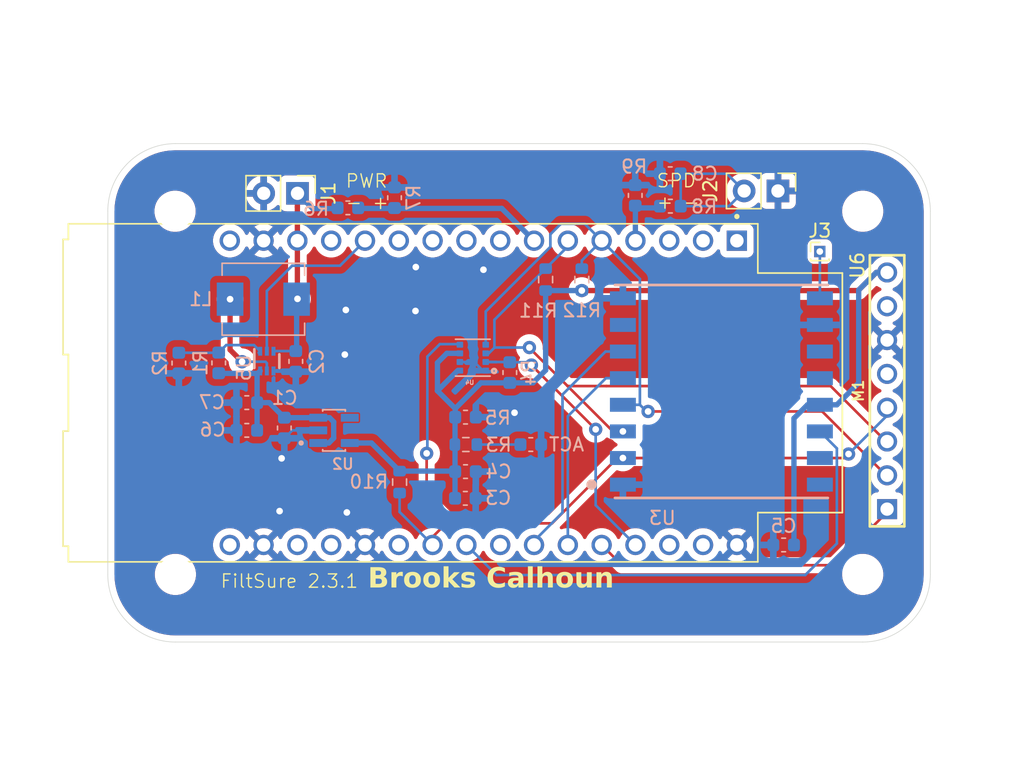
<source format=kicad_pcb>
(kicad_pcb (version 20241229) (generator "pcbnew") (generator_version "9.0")
  (layers (0 "F.Cu" signal) (2 "B.Cu" signal) (13 "F.Paste" user) (15 "B.Paste" user) (5 "F.SilkS" user "F.Silkscreen") (7 "B.SilkS" user "B.Silkscreen") (1 "F.Mask" user) (3 "B.Mask" user) (25 "Edge.Cuts" user))
  (net 0 "")
  (net 1 "+5V")
  (net 2 "GND")
  (net 3 "VCC")
  (net 4 "+3.3V")
  (net 5 "/CS_BME")
  (net 6 "Net-(Green1-A)")
  (net 7 "Net-(U5-SW)")
  (net 10 "/SCK")
  (net 11 "/MISO")
  (net 12 "/MOSI")
  (net 13 "Net-(U5-FB)")
  (net 14 "/CS_LoRa")
  (net 15 "/CS_RFID")
  (net 16 "/CS_VREG")
  (net 17 "Net-(J3-Pin_1)")
  (net 23 "Net-(J2-Pin_2)")
  (net 25 "/Speed_Pin")
  (net 26 "/RST_LoRa")
  (net 27 "/Batt_Pin")
  (net 30 "/Diag_Pin")
  (net 39 "/IRQ_LoRa")
  (net 43 "/Reset")
  (footprint "MountingHole:MountingHole_2.7mm" (layer "F.Cu") (at 149.7076 119.3838)
    (property "Reference" "H4" (hide yes))
    (property "Value" "MountingHole")
    (pad "" np_thru_hole circle (at 0 0) (size 2.7 2.7) (drill 2.7) (layers "*.Cu" "*.Mask"))
  )
  (footprint "MountingHole:MountingHole_2.7mm" (layer "F.Cu") (at 149.7076 92.0966)
    (property "Reference" "H1" (hide yes))
    (property "Value" "MountingHole")
    (pad "" np_thru_hole circle (at 0 0) (size 2.7 2.7) (drill 2.7) (layers "*.Cu" "*.Mask"))
  )
  (footprint "Connector_PinHeader_2.54mm:PinHeader_1x02_P2.54mm_Vertical" (layer "F.Cu") (at 107.2388 90.7504 -90)
    (property "Reference" "J1" (at 0 -2.33 90) (layer "F.SilkS"))
    (property "Value" "Conn_01x02_Socket")
    (pad "1" thru_hole rect (at 0 0 270) (size 1.7 1.7) (drill 1) (layers "*.Cu" "*.Mask") (net 3 "VCC"))
    (pad "2" thru_hole oval (at 0 2.54 270) (size 1.7 1.7) (drill 1) (layers "*.Cu" "*.Mask") (net 2 "GND"))
  )
  (footprint "CADs:RFID-RC522" (layer "F.Cu") (at 151.5364 105.5878 90)
    (property "Reference" "M1" (at 0 -2.159 90) (layer "F.SilkS") (effects (font (size 0.787402 0.787402))))
    (property "Value" "RFID-RC522")
    (property "VALUE" "" (hide yes))
    (pad "1" thru_hole rect (at -8.89 0 90) (size 1.508 1.508) (drill 1) (layers "*.Cu" "*.Mask") (net 15 "/CS_RFID"))
    (pad "2" thru_hole circle (at -6.35 0 90) (size 1.508 1.508) (drill 1) (layers "*.Cu" "*.Mask") (net 10 "/SCK"))
    (pad "3" thru_hole circle (at -3.81 0 90) (size 1.508 1.508) (drill 1) (layers "*.Cu" "*.Mask") (net 12 "/MOSI"))
    (pad "4" thru_hole circle (at -1.27 0 90) (size 1.508 1.508) (drill 1) (layers "*.Cu" "*.Mask") (net 11 "/MISO"))
    (pad "5" thru_hole circle (at 1.27 0 90) (size 1.508 1.508) (drill 1) (layers "*.Cu" "*.Mask"))
    (pad "6" thru_hole circle (at 3.81 0 90) (size 1.508 1.508) (drill 1) (layers "*.Cu" "*.Mask") (net 2 "GND"))
    (pad "7" thru_hole circle (at 6.35 0 90) (size 1.508 1.508) (drill 1) (layers "*.Cu" "*.Mask"))
    (pad "8" thru_hole circle (at 8.89 0 90) (size 1.508 1.508) (drill 1) (layers "*.Cu" "*.Mask") (net 4 "+3.3V"))
  )
  (footprint "MountingHole:MountingHole_2.7mm" (layer "F.Cu") (at 98.0656 119.3838)
    (property "Reference" "H3" (hide yes))
    (property "Value" "MountingHole")
    (pad "" np_thru_hole circle (at 0 0) (size 2.7 2.7) (drill 2.7) (layers "*.Cu" "*.Mask"))
  )
  (footprint "Connector_PinHeader_1.00mm:PinHeader_1x01_P1.00mm_Vertical" (layer "F.Cu") (at 146.4818 95.123)
    (property "Reference" "J3" (at 0 -1.56 0) (layer "F.SilkS"))
    (property "Value" "Conn_01x01_Pin")
    (pad "1" thru_hole rect (at 0 0) (size 0.85 0.85) (drill 0.5) (layers "*.Cu" "*.Mask") (net 17 "Net-(J3-Pin_1)"))
  )
  (footprint "Connector_PinHeader_2.54mm:PinHeader_1x02_P2.54mm_Vertical" (layer "F.Cu") (at 143.3372 90.5726 -90)
    (property "Reference" "J2" (at 0 5.085 90) (layer "F.SilkS"))
    (property "Value" "Conn_01x02_Socket")
    (pad "1" thru_hole rect (at 0 0 270) (size 1.7 1.7) (drill 1) (layers "*.Cu" "*.Mask") (net 2 "GND"))
    (pad "2" thru_hole oval (at 0 2.54 270) (size 1.7 1.7) (drill 1) (layers "*.Cu" "*.Mask") (net 23 "Net-(J2-Pin_2)"))
  )
  (footprint "MountingHole:MountingHole_2.7mm" (layer "F.Cu") (at 98.0656 92.0966)
    (property "Reference" "H2" (hide yes))
    (property "Value" "MountingHole")
    (pad "" np_thru_hole circle (at -0.0254 0) (size 2.7 2.7) (drill 2.7) (layers "*.Cu" "*.Mask"))
  )
  (footprint "CADs:MODULE_ESP32-C6-DEVKITC-1-N8" (layer "F.Cu") (at 115.9256 105.7402 -90)
    (property "Reference" "U6" (at -9.575 -33.385 90) (layer "F.SilkS"))
    (property "Value" "ESP32-C6-DEVKITC-1-N8")
    (pad "J1_1" thru_hole rect (at -11.43 -24.325 270) (size 1.524 1.524) (drill 1.016) (layers "*.Cu" "*.Mask"))
    (pad "J1_2" thru_hole circle (at -11.43 -21.785 270) (size 1.524 1.524) (drill 1.016) (layers "*.Cu" "*.Mask") (net 43 "/Reset"))
    (pad "J1_3" thru_hole circle (at -11.43 -19.245 270) (size 1.524 1.524) (drill 1.016) (layers "*.Cu" "*.Mask") (net 30 "/Diag_Pin"))
    (pad "J1_4" thru_hole circle (at -11.43 -16.705 270) (size 1.524 1.524) (drill 1.016) (layers "*.Cu" "*.Mask") (net 25 "/Speed_Pin"))
    (pad "J1_5" thru_hole circle (at -11.43 -14.165 270) (size 1.524 1.524) (drill 1.016) (layers "*.Cu" "*.Mask") (net 10 "/SCK"))
    (pad "J1_6" thru_hole circle (at -11.43 -11.625 270) (size 1.524 1.524) (drill 1.016) (layers "*.Cu" "*.Mask") (net 12 "/MOSI"))
    (pad "J1_7" thru_hole circle (at -11.43 -9.085 270) (size 1.524 1.524) (drill 1.016) (layers "*.Cu" "*.Mask") (net 27 "/Batt_Pin"))
    (pad "J1_8" thru_hole circle (at -11.43 -6.545 270) (size 1.524 1.524) (drill 1.016) (layers "*.Cu" "*.Mask"))
    (pad "J1_9" thru_hole circle (at -11.43 -4.005 270) (size 1.524 1.524) (drill 1.016) (layers "*.Cu" "*.Mask"))
    (pad "J1_10" thru_hole circle (at -11.43 -1.465 270) (size 1.524 1.524) (drill 1.016) (layers "*.Cu" "*.Mask"))
    (pad "J1_11" thru_hole circle (at -11.43 1.075 270) (size 1.524 1.524) (drill 1.016) (layers "*.Cu" "*.Mask"))
    (pad "J1_12" thru_hole circle (at -11.43 3.615 270) (size 1.524 1.524) (drill 1.016) (layers "*.Cu" "*.Mask") (net 16 "/CS_VREG"))
    (pad "J1_13" thru_hole circle (at -11.43 6.155 270) (size 1.524 1.524) (drill 1.016) (layers "*.Cu" "*.Mask"))
    (pad "J1_14" thru_hole circle (at -11.43 8.695 270) (size 1.524 1.524) (drill 1.016) (layers "*.Cu" "*.Mask") (net 3 "VCC"))
    (pad "J1_15" thru_hole circle (at -11.43 11.235 270) (size 1.524 1.524) (drill 1.016) (layers "*.Cu" "*.Mask") (net 2 "GND"))
    (pad "J1_16" thru_hole circle (at -11.43 13.775 270) (size 1.524 1.524) (drill 1.016) (layers "*.Cu" "*.Mask"))
    (pad "J3_1" thru_hole circle (at 11.43 -24.325 270) (size 1.524 1.524) (drill 1.016) (layers "*.Cu" "*.Mask") (net 2 "GND"))
    (pad "J3_2" thru_hole circle (at 11.43 -21.785 270) (size 1.524 1.524) (drill 1.016) (layers "*.Cu" "*.Mask"))
    (pad "J3_3" thru_hole circle (at 11.43 -19.245 270) (size 1.524 1.524) (drill 1.016) (layers "*.Cu" "*.Mask"))
    (pad "J3_4" thru_hole circle (at 11.43 -16.705 270) (size 1.524 1.524) (drill 1.016) (layers "*.Cu" "*.Mask") (net 5 "/CS_BME"))
    (pad "J3_5" thru_hole circle (at 11.43 -14.165 270) (size 1.524 1.524) (drill 1.016) (layers "*.Cu" "*.Mask") (net 15 "/CS_RFID"))
    (pad "J3_6" thru_hole circle (at 11.43 -11.625 270) (size 1.524 1.524) (drill 1.016) (layers "*.Cu" "*.Mask") (net 14 "/CS_LoRa"))
    (pad "J3_7" thru_hole circle (at 11.43 -9.085 270) (size 1.524 1.524) (drill 1.016) (layers "*.Cu" "*.Mask") (net 26 "/RST_LoRa"))
    (pad "J3_8" thru_hole circle (at 11.43 -6.545 270) (size 1.524 1.524) (drill 1.016) (layers "*.Cu" "*.Mask"))
    (pad "J3_9" thru_hole circle (at 11.43 -4.005 270) (size 1.524 1.524) (drill 1.016) (layers "*.Cu" "*.Mask") (net 39 "/IRQ_LoRa"))
    (pad "J3_10" thru_hole circle (at 11.43 -1.465 270) (size 1.524 1.524) (drill 1.016) (layers "*.Cu" "*.Mask") (net 11 "/MISO"))
    (pad "J3_11" thru_hole circle (at 11.43 1.075 270) (size 1.524 1.524) (drill 1.016) (layers "*.Cu" "*.Mask"))
    (pad "J3_12" thru_hole circle (at 11.43 3.615 270) (size 1.524 1.524) (drill 1.016) (layers "*.Cu" "*.Mask") (net 2 "GND"))
    (pad "J3_13" thru_hole circle (at 11.43 6.155 270) (size 1.524 1.524) (drill 1.016) (layers "*.Cu" "*.Mask"))
    (pad "J3_14" thru_hole circle (at 11.43 8.695 270) (size 1.524 1.524) (drill 1.016) (layers "*.Cu" "*.Mask"))
    (pad "J3_15" thru_hole circle (at 11.43 11.235 270) (size 1.524 1.524) (drill 1.016) (layers "*.Cu" "*.Mask") (net 2 "GND"))
    (pad "J3_16" thru_hole circle (at 11.43 13.775 270) (size 1.524 1.524) (drill 1.016) (layers "*.Cu" "*.Mask"))
  )
  (footprint "Capacitor_SMD:C_0603_1608Metric" (layer "B.Cu") (at 111.0234 91.8426)
    (property "Reference" "R6" (at -2.3876 0.0762 180) (layer "B.SilkS") (effects (justify mirror)))
    (property "Value" "10k")
    (pad "1" smd roundrect (at -0.775 0) (size 0.9 0.95) (layers "B.Cu" "B.Mask" "B.Paste") (net 3 "VCC"))
    (pad "2" smd roundrect (at 0.775 0) (size 0.9 0.95) (layers "B.Cu" "B.Mask" "B.Paste") (net 27 "/Batt_Pin"))
  )
  (footprint "CADs:DRL0006A" (layer "B.Cu") (at 104.9354 103.356 -90)
    (property "Reference" "U5" (at 0.508 1.7098 90) (layer "B.SilkS") (effects (justify mirror)))
    (property "Value" "TPS61023DRLR" (hide yes))
    (pad "1" smd rect (at -0.74 0.5 270) (size 0.67 0.3) (layers "B.Cu" "B.Mask" "B.Paste") (net 13 "Net-(U5-FB)"))
    (pad "2" smd rect (at -0.74 0.000003 270) (size 0.67 0.3) (layers "B.Cu" "B.Mask" "B.Paste") (net 16 "/CS_VREG"))
    (pad "3" smd rect (at -0.74 -0.5 270) (size 0.67 0.3) (layers "B.Cu" "B.Mask" "B.Paste") (net 3 "VCC"))
    (pad "4" smd rect (at 0.74 -0.5 270) (size 0.67 0.3) (layers "B.Cu" "B.Mask" "B.Paste") (net 2 "GND"))
    (pad "5" smd rect (at 0.74 0.000003 270) (size 0.67 0.3) (layers "B.Cu" "B.Mask" "B.Paste") (net 7 "Net-(U5-SW)"))
    (pad "6" smd rect (at 0.74 0.5 270) (size 0.67 0.3) (layers "B.Cu" "B.Mask" "B.Paste") (net 1 "+5V"))
  )
  (footprint "CADs:PSON65P250X250X100-8N" (layer "B.Cu") (at 120.4101 103.0986)
    (property "Reference" "U4" (at -0.235245 1.866763 180) (layer "B.SilkS") (effects (font (size 0.321721 0.321721) (thickness 0.08043)) (justify mirror)))
    (property "Value" "BME280")
    (pad "1" smd roundrect (at 0.97 0.975) (size 0.49 0.45) (layers "B.Cu" "B.Mask" "B.Paste") (roundrect_rratio 0.125) (net 2 "GND"))
    (pad "2" smd roundrect (at 0.97 0.325) (size 0.49 0.45) (layers "B.Cu" "B.Mask" "B.Paste") (roundrect_rratio 0.125) (net 5 "/CS_BME"))
    (pad "3" smd roundrect (at 0.97 -0.325) (size 0.49 0.45) (layers "B.Cu" "B.Mask" "B.Paste") (roundrect_rratio 0.125) (net 12 "/MOSI"))
    (pad "4" smd roundrect (at 0.97 -0.975) (size 0.49 0.45) (layers "B.Cu" "B.Mask" "B.Paste") (roundrect_rratio 0.125) (net 10 "/SCK"))
    (pad "5" smd roundrect (at -0.97 -0.975) (size 0.49 0.45) (layers "B.Cu" "B.Mask" "B.Paste") (roundrect_rratio 0.125) (net 11 "/MISO"))
    (pad "6" smd roundrect (at -0.97 -0.325) (size 0.49 0.45) (layers "B.Cu" "B.Mask" "B.Paste") (roundrect_rratio 0.125) (net 4 "+3.3V"))
    (pad "7" smd roundrect (at -0.97 0.325) (size 0.49 0.45) (layers "B.Cu" "B.Mask" "B.Paste") (roundrect_rratio 0.125) (net 2 "GND"))
    (pad "8" smd roundrect (at -0.97 0.975) (size 0.49 0.45) (layers "B.Cu" "B.Mask" "B.Paste") (roundrect_rratio 0.125) (net 4 "+3.3V"))
  )
  (footprint "Capacitor_SMD:C_0603_1608Metric" (layer "B.Cu") (at 123.19 104.2162 90)
    (property "Reference" "R4" (at 0 1.43 90) (layer "B.SilkS") (effects (justify mirror)))
    (property "Value" "10k")
    (pad "1" smd roundrect (at -0.775 0 90) (size 0.9 0.95) (layers "B.Cu" "B.Mask" "B.Paste") (net 4 "+3.3V"))
    (pad "2" smd roundrect (at 0.775 0 90) (size 0.9 0.95) (layers "B.Cu" "B.Mask" "B.Paste") (net 5 "/CS_BME"))
  )
  (footprint "Capacitor_SMD:C_0603_1608Metric" (layer "B.Cu") (at 101.3206 103.4926 90)
    (property "Reference" "R1" (at 0 -1.3716 90) (layer "B.SilkS") (effects (justify mirror)))
    (property "Value" "732k")
    (pad "1" smd roundrect (at -0.775 0 90) (size 0.9 0.95) (layers "B.Cu" "B.Mask" "B.Paste") (net 1 "+5V"))
    (pad "2" smd roundrect (at 0.775 0 90) (size 0.9 0.95) (layers "B.Cu" "B.Mask" "B.Paste") (net 13 "Net-(U5-FB)"))
  )
  (footprint "Capacitor_SMD:C_0603_1608Metric" (layer "B.Cu") (at 132.6134 90.9066 90)
    (property "Reference" "R9" (at 2.159 -0.0762 0) (layer "B.SilkS") (effects (justify mirror)))
    (property "Value" "10k")
    (pad "1" smd roundrect (at -0.775 0 90) (size 0.9 0.95) (layers "B.Cu" "B.Mask" "B.Paste") (net 25 "/Speed_Pin"))
    (pad "2" smd roundrect (at 0.775 0 90) (size 0.9 0.95) (layers "B.Cu" "B.Mask" "B.Paste") (net 2 "GND"))
  )
  (footprint "Resistor_SMD:R_0603_1608Metric" (layer "B.Cu") (at 128.6002 97.2312 90)
    (property "Reference" "R12" (at -2.3114 0 180) (layer "B.SilkS") (effects (justify mirror)))
    (property "Value" "10k")
    (pad "1" smd roundrect (at -0.825 0 90) (size 0.8 0.95) (layers "B.Cu" "B.Mask" "B.Paste") (net 4 "+3.3V"))
    (pad "2" smd roundrect (at 0.825 0 90) (size 0.8 0.95) (layers "B.Cu" "B.Mask" "B.Paste") (net 10 "/SCK"))
  )
  (footprint "Capacitor_SMD:C_0603_1608Metric" (layer "B.Cu") (at 107.1118 103.378 -90)
    (property "Reference" "C2" (at 0 -1.5748 270) (layer "B.SilkS") (effects (justify mirror)))
    (property "Value" "10uF")
    (pad "1" smd roundrect (at -0.775 0 270) (size 0.9 0.95) (layers "B.Cu" "B.Mask" "B.Paste") (net 3 "VCC"))
    (pad "2" smd roundrect (at 0.775 0 270) (size 0.9 0.95) (layers "B.Cu" "B.Mask" "B.Paste") (net 2 "GND"))
  )
  (footprint "Capacitor_SMD:C_0603_1608Metric" (layer "B.Cu") (at 119.8626 107.569)
    (property "Reference" "R5" (at 2.42482 0.0508 180) (layer "B.SilkS") (effects (justify mirror)))
    (property "Value" "10k")
    (pad "1" smd roundrect (at -0.775 0) (size 0.9 0.95) (layers "B.Cu" "B.Mask" "B.Paste") (net 4 "+3.3V"))
    (pad "2" smd roundrect (at 0.775 0) (size 0.9 0.95) (layers "B.Cu" "B.Mask" "B.Paste") (net 2 "GND"))
  )
  (footprint "Capacitor_SMD:C_0603_1608Metric" (layer "B.Cu") (at 135.2426 89.2772 180)
    (property "Reference" "C8" (at -2.6032 0 0) (layer "B.SilkS") (effects (justify mirror)))
    (property "Value" "10uF")
    (pad "1" smd roundrect (at -0.775 0 180) (size 0.9 0.95) (layers "B.Cu" "B.Mask" "B.Paste") (net 23 "Net-(J2-Pin_2)"))
    (pad "2" smd roundrect (at 0.775 0 180) (size 0.9 0.95) (layers "B.Cu" "B.Mask" "B.Paste") (net 2 "GND"))
  )
  (footprint "Capacitor_SMD:C_0603_1608Metric" (layer "B.Cu") (at 143.764 117.1702 180)
    (property "Reference" "C5" (at 0 1.43 0) (layer "B.SilkS") (effects (justify mirror)))
    (property "Value" "10uF")
    (pad "1" smd roundrect (at -0.775 0 180) (size 0.9 0.95) (layers "B.Cu" "B.Mask" "B.Paste") (net 4 "+3.3V"))
    (pad "2" smd roundrect (at 0.775 0 180) (size 0.9 0.95) (layers "B.Cu" "B.Mask" "B.Paste") (net 2 "GND"))
  )
  (footprint "Capacitor_SMD:C_0603_1608Metric" (layer "B.Cu") (at 119.8626 111.6584)
    (property "Reference" "C4" (at 2.4892 0 180) (layer "B.SilkS") (effects (justify mirror)))
    (property "Value" "100nF")
    (pad "1" smd roundrect (at -0.775 0) (size 0.9 0.95) (layers "B.Cu" "B.Mask" "B.Paste") (net 4 "+3.3V"))
    (pad "2" smd roundrect (at 0.775 0) (size 0.9 0.95) (layers "B.Cu" "B.Mask" "B.Paste") (net 2 "GND"))
  )
  (footprint "Capacitor_SMD:C_0603_1608Metric" (layer "B.Cu") (at 124.7648 109.6264 180)
    (property "Reference" "ACT" (at -2.6924 0 0) (layer "B.SilkS") (effects (justify mirror)))
    (property "Value" "LED")
    (pad "1" smd roundrect (at -0.775 0 180) (size 0.9 0.95) (layers "B.Cu" "B.Mask" "B.Paste") (net 2 "GND"))
    (pad "2" smd roundrect (at 0.775 0 180) (size 0.9 0.95) (layers "B.Cu" "B.Mask" "B.Paste") (net 6 "Net-(Green1-A)"))
  )
  (footprint "Inductor_SMD:L_Neosid_SM-PIC0512H" (layer "B.Cu") (at 104.6734 98.7044 180)
    (property "Reference" "L1" (at 4.699 0 0) (layer "B.SilkS") (effects (justify mirror)))
    (property "Value" "1uF")
    (pad "1" smd rect (at -2.5 0) (size 2 2.5) (layers "B.Cu" "B.Mask" "B.Paste") (net 3 "VCC"))
    (pad "2" smd rect (at 2.5 0) (size 2 2.5) (layers "B.Cu" "B.Mask" "B.Paste") (net 7 "Net-(U5-SW)"))
  )
  (footprint "Capacitor_SMD:C_0603_1608Metric" (layer "B.Cu") (at 135.255 91.7156 180)
    (property "Reference" "R8" (at -2.54 -0.0254 0) (layer "B.SilkS") (effects (justify mirror)))
    (property "Value" "10k")
    (pad "1" smd roundrect (at -0.775 0 180) (size 0.9 0.95) (layers "B.Cu" "B.Mask" "B.Paste") (net 23 "Net-(J2-Pin_2)"))
    (pad "2" smd roundrect (at 0.775 0 180) (size 0.9 0.95) (layers "B.Cu" "B.Mask" "B.Paste") (net 25 "/Speed_Pin"))
  )
  (footprint "Capacitor_SMD:C_0603_1608Metric" (layer "B.Cu") (at 103.4288 106.4768 180)
    (property "Reference" "C7" (at 2.6162 0.0254 0) (layer "B.SilkS") (effects (justify mirror)))
    (property "Value" "22uF")
    (pad "1" smd roundrect (at -0.775 0 180) (size 0.9 0.95) (layers "B.Cu" "B.Mask" "B.Paste") (net 1 "+5V"))
    (pad "2" smd roundrect (at 0.775 0 180) (size 0.9 0.95) (layers "B.Cu" "B.Mask" "B.Paste") (net 2 "GND"))
  )
  (footprint "Capacitor_SMD:C_0603_1608Metric" (layer "B.Cu") (at 103.4288 108.5596 180)
    (property "Reference" "C6" (at 2.5654 0.0508 0) (layer "B.SilkS") (effects (justify mirror)))
    (property "Value" "22uF")
    (pad "1" smd roundrect (at -0.775 0 180) (size 0.9 0.95) (layers "B.Cu" "B.Mask" "B.Paste") (net 1 "+5V"))
    (pad "2" smd roundrect (at 0.775 0 180) (size 0.9 0.95) (layers "B.Cu" "B.Mask" "B.Paste") (net 2 "GND"))
  )
  (footprint "CADs:XCVR_RFM95W-868S2" (layer "B.Cu") (at 139.0871 105.6386)
    (property "Reference" "U3" (at -4.433495 9.503175 180) (layer "B.SilkS") (effects (font (size 1.001913 1.001913)) (justify mirror)))
    (property "Value" "RFM95W-868S2")
    (pad "1" smd rect (at -7.4 7) (size 1.95 1.05) (layers "B.Cu" "B.Mask" "B.Paste") (net 2 "GND"))
    (pad "2" smd rect (at -7.4 5) (size 1.95 1.05) (layers "B.Cu" "B.Mask" "B.Paste") (net 11 "/MISO"))
    (pad "3" smd rect (at -7.4 3) (size 1.95 1.05) (layers "B.Cu" "B.Mask" "B.Paste") (net 12 "/MOSI"))
    (pad "4" smd rect (at -7.4 1) (size 1.95 1.05) (layers "B.Cu" "B.Mask" "B.Paste") (net 10 "/SCK"))
    (pad "5" smd rect (at -7.4 -1) (size 1.95 1.05) (layers "B.Cu" "B.Mask" "B.Paste") (net 14 "/CS_LoRa"))
    (pad "6" smd rect (at -7.4 -3) (size 1.95 1.05) (layers "B.Cu" "B.Mask" "B.Paste") (net 26 "/RST_LoRa"))
    (pad "7" smd rect (at -7.4 -5) (size 1.95 1.05) (layers "B.Cu" "B.Mask" "B.Paste"))
    (pad "8" smd rect (at -7.4 -7) (size 1.95 1.05) (layers "B.Cu" "B.Mask" "B.Paste") (net 2 "GND"))
    (pad "9" smd rect (at 7.4 -7) (size 1.95 1.05) (layers "B.Cu" "B.Mask" "B.Paste") (net 17 "Net-(J3-Pin_1)"))
    (pad "10" smd rect (at 7.4 -5) (size 1.95 1.05) (layers "B.Cu" "B.Mask" "B.Paste") (net 2 "GND"))
    (pad "11" smd rect (at 7.4 -3) (size 1.95 1.05) (layers "B.Cu" "B.Mask" "B.Paste"))
    (pad "12" smd rect (at 7.4 -1) (size 1.95 1.05) (layers "B.Cu" "B.Mask" "B.Paste"))
    (pad "13" smd rect (at 7.4 1) (size 1.95 1.05) (layers "B.Cu" "B.Mask" "B.Paste") (net 4 "+3.3V"))
    (pad "14" smd rect (at 7.4 3) (size 1.95 1.05) (layers "B.Cu" "B.Mask" "B.Paste") (net 39 "/IRQ_LoRa"))
    (pad "15" smd rect (at 7.4 5) (size 1.95 1.05) (layers "B.Cu" "B.Mask" "B.Paste"))
    (pad "16" smd rect (at 7.4 7) (size 1.95 1.05) (layers "B.Cu" "B.Mask" "B.Paste"))
  )
  (footprint "Resistor_SMD:R_0603_1608Metric" (layer "B.Cu") (at 119.888 109.6264)
    (property "Reference" "R3" (at 2.4638 0.0158 180) (layer "B.SilkS") (effects (justify mirror)))
    (property "Value" "10k")
    (pad "1" smd roundrect (at -0.825 0) (size 0.8 0.95) (layers "B.Cu" "B.Mask" "B.Paste") (net 4 "+3.3V"))
    (pad "2" smd roundrect (at 0.825 0) (size 0.8 0.95) (layers "B.Cu" "B.Mask" "B.Paste") (net 6 "Net-(Green1-A)"))
  )
  (footprint "Capacitor_SMD:C_0603_1608Metric" (layer "B.Cu") (at 119.8496 113.665)
    (property "Reference" "C3" (at 2.4768 -0.0254 0) (layer "B.SilkS") (effects (justify mirror)))
    (property "Value" "10uF")
    (pad "1" smd roundrect (at -0.775 0) (size 0.9 0.95) (layers "B.Cu" "B.Mask" "B.Paste") (net 4 "+3.3V"))
    (pad "2" smd roundrect (at 0.775 0) (size 0.9 0.95) (layers "B.Cu" "B.Mask" "B.Paste") (net 2 "GND"))
  )
  (footprint "Resistor_SMD:R_0603_1608Metric" (layer "B.Cu") (at 125.8824 97.2312 90)
    (property "Reference" "R11" (at -2.3368 -0.5588 180) (layer "B.SilkS") (effects (justify mirror)))
    (property "Value" "10k")
    (pad "1" smd roundrect (at -0.825 0 90) (size 0.8 0.95) (layers "B.Cu" "B.Mask" "B.Paste") (net 4 "+3.3V"))
    (pad "2" smd roundrect (at 0.825 0 90) (size 0.8 0.95) (layers "B.Cu" "B.Mask" "B.Paste") (net 12 "/MOSI"))
  )
  (footprint "Capacitor_SMD:C_0603_1608Metric" (layer "B.Cu") (at 98.3234 103.505 -90)
    (property "Reference" "R2" (at 0 1.4224 90) (layer "B.SilkS") (effects (justify mirror)))
    (property "Value" "100k")
    (pad "1" smd roundrect (at -0.775 0 270) (size 0.9 0.95) (layers "B.Cu" "B.Mask" "B.Paste") (net 13 "Net-(U5-FB)"))
    (pad "2" smd roundrect (at 0.775 0 270) (size 0.9 0.95) (layers "B.Cu" "B.Mask" "B.Paste") (net 2 "GND"))
  )
  (footprint "Capacitor_SMD:C_0603_1608Metric" (layer "B.Cu") (at 114.5286 91.0806 90)
    (property "Reference" "R7" (at 0 1.43 90) (layer "B.SilkS") (effects (justify mirror)))
    (property "Value" "10k")
    (pad "1" smd roundrect (at -0.775 0 90) (size 0.9 0.95) (layers "B.Cu" "B.Mask" "B.Paste") (net 27 "/Batt_Pin"))
    (pad "2" smd roundrect (at 0.775 0 90) (size 0.9 0.95) (layers "B.Cu" "B.Mask" "B.Paste") (net 2 "GND"))
  )
  (footprint "Resistor_SMD:R_0603_1608Metric" (layer "B.Cu") (at 114.9096 112.4458 -90)
    (property "Reference" "R10" (at -0.0254 2.3114 180) (layer "B.SilkS") (effects (justify mirror)))
    (property "Value" "10k")
    (pad "1" smd roundrect (at -0.825 0 270) (size 0.8 0.95) (layers "B.Cu" "B.Mask" "B.Paste") (net 4 "+3.3V"))
    (pad "2" smd roundrect (at 0.825 0 270) (size 0.8 0.95) (layers "B.Cu" "B.Mask" "B.Paste") (net 11 "/MISO"))
  )
  (footprint "CADs:SOT95P285X140-5N" (layer "B.Cu") (at 109.982 108.5596)
    (property "Reference" "U2" (at 0.66442 2.53029 180) (layer "B.SilkS") (effects (font (size 0.80263 0.80263)) (justify mirror)))
    (property "Value" "AP2112K-3.3TRG1")
    (pad "1" smd roundrect (at -1.185 0.95) (size 1.35 0.6) (layers "B.Cu" "B.Mask" "B.Paste") (roundrect_rratio 0.075) (net 1 "+5V") (clearance 0.1))
    (pad "2" smd roundrect (at -1.185 0) (size 1.35 0.6) (layers "B.Cu" "B.Mask" "B.Paste") (roundrect_rratio 0.075) (net 2 "GND"))
    (pad "3" smd roundrect (at -1.185 -0.95) (size 1.35 0.6) (layers "B.Cu" "B.Mask" "B.Paste") (roundrect_rratio 0.075) (net 1 "+5V"))
    (pad "4" smd roundrect (at 1.185 -0.95) (size 1.35 0.6) (layers "B.Cu" "B.Mask" "B.Paste") (roundrect_rratio 0.075))
    (pad "5" smd roundrect (at 1.185 0.95) (size 1.35 0.6) (layers "B.Cu" "B.Mask" "B.Paste") (roundrect_rratio 0.075) (net 4 "+3.3V") (clearance 0.1))
  )
  (footprint "Capacitor_SMD:C_0603_1608Metric" (layer "B.Cu") (at 106.2482 108.3818 -90)
    (property "Reference" "C1" (at -2.2606 -0.0254 0) (layer "B.SilkS") (effects (justify mirror)))
    (property "Value" "10uF")
    (pad "1" smd roundrect (at -0.775 0 270) (size 0.9 0.95) (layers "B.Cu" "B.Mask" "B.Paste") (net 1 "+5V"))
    (pad "2" smd roundrect (at 0.775 0 270) (size 0.9 0.95) (layers "B.Cu" "B.Mask" "B.Paste") (net 2 "GND"))
  )
  (gr_arc (start 92.9856 92.0966) (mid 94.473498 88.504498) (end 98.0656 87.0166) (stroke (width 0.05)) (layer "Edge.Cuts"))
  (gr_arc (start 149.7076 87.0166) (mid 153.299702 88.504498) (end 154.7876 92.0966) (stroke (width 0.05)) (layer "Edge.Cuts"))
  (gr_line (start 149.7076 87.0166) (end 98.0656 87.0166) (stroke (width 0.05)) (layer "Edge.Cuts"))
  (gr_arc (start 154.7876 119.3838) (mid 153.299702 122.975902) (end 149.7076 124.4638) (stroke (width 0.05)) (layer "Edge.Cuts"))
  (gr_line (start 92.985594 119.3838) (end 92.985594 92.0966) (stroke (width 0.05)) (layer "Edge.Cuts"))
  (gr_line (start 154.7876 92.0966) (end 154.7876 119.3838) (stroke (width 0.05)) (layer "Edge.Cuts"))
  (gr_line (start 98.0656 124.4638) (end 149.7038 124.4638) (stroke (width 0.05)) (layer "Edge.Cuts"))
  (gr_arc (start 98.0656 124.463806) (mid 94.473493 122.975907) (end 92.985594 119.3838) (stroke (width 0.05)) (layer "Edge.Cuts"))
  (gr_text "SPD\n+ -" (at 134.1628 91.995 0) (layer "F.SilkS") (effects (font (size 1 1) (thickness 0.1)) (justify left bottom)))
  (gr_text "PWR\n- +" (at 110.7948 92.0204 0) (layer "F.SilkS") (effects (font (size 1 1) (thickness 0.1)) (justify left bottom)))
  (gr_text "FiltSure 2.3.1" (at 101.3968 120.4722 0) (layer "F.SilkS") (effects (font (size 1 1) (thickness 0.1)) (justify left bottom)))
  (gr_text "Brooks Calhoun" (at 112.522 120.6208 0) (layer "F.SilkS") (effects (font (size 1.5 1.5) (thickness 0.3) (bold yes)) (justify left bottom)))
  (segment (start 104.2514 104.28) (end 104.4354 104.096) (width 0.4) (layer "B.Cu") (net 1))
  (segment (start 109.6454 107.6096) (end 109.9566 107.9208) (width 0.4) (layer "B.Cu") (net 1))
  (segment (start 104.2038 108.5596) (end 104.2038 104.3276) (width 0.4) (layer "B.Cu") (net 1))
  (segment (start 108.7942 107.6068) (end 108.797 107.6096) (width 0.4) (layer "B.Cu") (net 1))
  (segment (start 101.3206 104.28) (end 104.2514 104.28) (width 0.4) (layer "B.Cu") (net 1))
  (segment (start 109.5908 109.5096) (end 108.797 109.5096) (width 0.4) (layer "B.Cu") (net 1))
  (segment (start 106.2482 107.6068) (end 108.7942 107.6068) (width 0.4) (layer "B.Cu") (net 1))
  (segment (start 105.1182 106.4768) (end 106.2482 107.6068) (width 0.4) (layer "B.Cu") (net 1))
  (segment (start 109.9566 107.9208) (end 109.9566 109.1438) (width 0.4) (layer "B.Cu") (net 1))
  (segment (start 104.2038 106.4768) (end 105.1182 106.4768) (width 0.4) (layer "B.Cu") (net 1))
  (segment (start 109.4638 107.6096) (end 109.6454 107.6096) (width 0.4) (layer "B.Cu") (net 1))
  (segment (start 109.9566 109.1438) (end 109.5908 109.5096) (width 0.4) (layer "B.Cu") (net 1))
  (via (at 110.871 99.5134) (size 1) (drill 0.5) (layers "F.Cu" "B.Cu") (net 2))
  (via (at 105.8926 114.6264) (size 1) (drill 0.5) (layers "F.Cu" "B.Cu") (net 2))
  (via (at 121.2088 96.4908) (size 1) (drill 0.5) (layers "F.Cu" "B.Cu") (net 2))
  (via (at 110.9472 114.728) (size 1) (drill 0.5) (layers "F.Cu" "B.Cu") (net 2))
  (via (at 123.5456 107.235) (size 1) (drill 0.5) (layers "F.Cu" "B.Cu") (net 2))
  (via (at 110.7948 102.8662) (size 1) (drill 0.5) (layers "F.Cu" "B.Cu") (net 2))
  (via (at 106.045 110.664) (size 1) (drill 0.5) (layers "F.Cu" "B.Cu") (net 2))
  (via (at 116.1034 99.5896) (size 1) (drill 0.5) (layers "F.Cu" "B.Cu") (net 2))
  (via (at 116.1288 96.2914) (size 1) (drill 0.5) (layers "F.Cu" "B.Cu") (net 2))
  (segment (start 106.8454 108.5596) (end 106.2482 109.1568) (width 0.2) (layer "B.Cu") (net 2))
  (segment (start 121.165812 104.0736) (end 121.3801 104.0736) (width 0.2) (layer "B.Cu") (net 2))
  (segment (start 119.4401 103.4236) (end 120.3706 103.4236) (width 0.2) (layer "B.Cu") (net 2))
  (segment (start 120.515812 103.4236) (end 121.165812 104.0736) (width 0.2) (layer "B.Cu") (net 2))
  (segment (start 120.3706 103.4236) (end 120.515812 103.4236) (width 0.2) (layer "B.Cu") (net 2))
  (segment (start 108.797 108.5596) (end 106.8454 108.5596) (width 0.2) (layer "B.Cu") (net 2))
  (segment (start 120.6376 111.6584) (end 120.6246 111.6714) (width 0.2) (layer "B.Cu") (net 2))
  (segment (start 107.2306 91.7792) (end 107.2306 94.3102) (width 0.4) (layer "F.Cu") (net 3))
  (segment (start 107.231 90.758202) (end 107.2388 90.750402) (width 0.4) (layer "F.Cu") (net 3))
  (segment (start 107.2306 94.3102) (end 107.2306 98.6708) (width 0.4) (layer "F.Cu") (net 3))
  (segment (start 107.231 91.7788) (end 107.231 90.758202) (width 0.4) (layer "F.Cu") (net 3))
  (segment (start 107.231 91.7788) (end 107.2306 91.7792) (width 0.2) (layer "F.Cu") (net 3))
  (segment (start 107.2306 98.6708) (end 107.2388 98.679) (width 0.2) (layer "F.Cu") (net 3))
  (via (at 107.2388 98.679) (size 1) (drill 0.5) (layers "F.Cu" "B.Cu") (net 3))
  (segment (start 110.1938 91.8972) (end 108.3856 91.8972) (width 0.4) (layer "B.Cu") (net 3))
  (segment (start 107.1734 98.7044) (end 107.1734 102.5414) (width 0.4) (layer "B.Cu") (net 3))
  (segment (start 107.1118 102.603) (end 105.4484 102.603) (width 0.2) (layer "B.Cu") (net 3))
  (segment (start 107.1734 102.5414) (end 107.1118 102.603) (width 0.2) (layer "B.Cu") (net 3))
  (segment (start 110.2484 91.8426) (end 110.1938 91.8972) (width 0.4) (layer "B.Cu") (net 3))
  (segment (start 107.2306 94.3102) (end 107.231 94.3102) (width 0.2) (layer "B.Cu") (net 3))
  (segment (start 108.3856 91.8972) (end 107.2388 90.7504) (width 0.4) (layer "B.Cu") (net 3))
  (segment (start 105.4484 102.603) (end 105.4354 102.616) (width 0.2) (layer "B.Cu") (net 3))
  (segment (start 149.3652 98.0562) (end 128.6002 98.0562) (width 0.4) (layer "F.Cu") (net 4))
  (segment (start 151.6126 96.8502) (end 151.4602 96.6978) (width 0.2) (layer "F.Cu") (net 4))
  (segment (start 151.4602 96.6978) (end 150.7236 96.6978) (width 0.4) (layer "F.Cu") (net 4))
  (segment (start 150.7236 96.6978) (end 149.3652 98.0562) (width 0.4) (layer "F.Cu") (net 4))
  (via (at 128.6002 98.0562) (size 1) (drill 0.5) (layers "F.Cu" "B.Cu") (net 4))
  (segment (start 146.4871 106.6386) (end 145.558 106.6386) (width 0.4) (layer "B.Cu") (net 4))
  (segment (start 119.067 113.6575) (end 119.075 113.665) (width 0.2) (layer "B.Cu") (net 4))
  (segment (start 119.44 104.074) (end 119.269 104.074) (width 0.2) (layer "B.Cu") (net 4))
  (segment (start 112.7984 109.5096) (end 114.9096 111.6208) (width 0.4) (layer "B.Cu") (net 4))
  (segment (start 119.075 109.4658) (end 119.063 109.4778) (width 0.2) (layer "B.Cu") (net 4))
  (segment (start 123.19 104.991) (end 123.1898 104.9912) (width 0.2) (layer "B.Cu") (net 4))
  (segment (start 119.0876 111.6584) (end 119.075 111.6458) (width 0.2) (layer "B.Cu") (net 4))
  (segment (start 119.075 111.6458) (end 119.075 111.5529) (width 0.2) (layer "B.Cu") (net 4))
  (segment (start 147.7638 106.6386) (end 146.4871 106.6386) (width 0.4) (layer "B.Cu") (net 4))
  (segment (start 119.4401 104.0736) (end 119.44 104.0737) (width 0.2) (layer "B.Cu") (net 4))
  (segment (start 119.0878 107.5692) (end 119.088 107.569) (width 0.2) (layer "B.Cu") (net 4))
  (segment (start 149.4028 104.9996) (end 147.7638 106.6386) (width 0.4) (layer "B.Cu") (net 4))
  (segment (start 124.9298 104.991) (end 123.19 104.991) (width 0.4) (layer "B.Cu") (net 4))
  (segment (start 144.539 117.1702) (end 144.539 107.6576) (width 0.4) (layer "B.Cu") (net 4))
  (segment (start 151.4602 96.6978) (end 150.7236 96.6978) (width 0.4) (layer "B.Cu") (net 4))
  (segment (start 125.882 104.0388) (end 124.9298 104.991) (width 0.4) (layer "B.Cu") (net 4))
  (segment (start 117.754 103.48) (end 117.754 105.588) (width 0.4) (layer "B.Cu") (net 4))
  (segment (start 149.4028 98.0186) (end 149.4028 104.9996) (width 0.4) (layer "B.Cu") (net 4))
  (segment (start 119.075 111.5529) (end 119.075 109.4658) (width 0.4) (layer "B.Cu") (net 4))
  (segment (start 123.19 104.9912) (end 123.19 104.991) (width 0.2) (layer "B.Cu") (net 4))
  (segment (start 114.9096 111.6208) (end 119.05 111.6208) (width 0.4) (layer "B.Cu") (net 4))
  (segment (start 125.8824 98.0562) (end 125.882 98.0562) (width 0.2) (layer "B.Cu") (net 4))
  (segment (start 117.754 105.588) (end 119.088 106.921) (width 0.4) (layer "B.Cu") (net 4))
  (segment (start 119.269 104.074) (end 117.754 105.588) (width 0.4) (layer "B.Cu") (net 4))
  (segment (start 119.0876 107.569) (end 119.0878 107.5692) (width 0.2) (layer "B.Cu") (net 4))
  (segment (start 111.167 109.5096) (end 112.7984 109.5096) (width 0.4) (layer "B.Cu") (net 4))
  (segment (start 119.059 113.65) (end 119.067 113.6575) (width 0.2) (layer "B.Cu") (net 4))
  (segment (start 119.075 107.582) (end 119.0878 107.5692) (width 0.2) (layer "B.Cu") (net 4))
  (segment (start 119.05 111.6208) (end 119.0876 111.6584) (width 0.2) (layer "B.Cu") (net 4))
  (segment (start 151.6126 96.8502) (end 151.4602 96.6978) (width 0.2) (layer "B.Cu") (net 4))
  (segment (start 119.075 113.665) (end 119.075 111.5529) (width 0.4) (layer "B.Cu") (net 4))
  (segment (start 119.44 102.7737) (end 119.44 102.774) (width 0.2) (layer "B.Cu") (net 4))
  (segment (start 150.7236 96.6978) (end 149.4028 98.0186) (width 0.4) (layer "B.Cu") (net 4))
  (segment (start 119.088 107.569) (end 119.088 106.921) (width 0.4) (layer "B.Cu") (net 4))
  (segment (start 144.551399 107.645201) (end 145.558 106.6386) (width 0.4) (layer "B.Cu") (net 4))
  (segment (start 119.063 109.4778) (end 119.063 109.6264) (width 0.2) (layer "B.Cu") (net 4))
  (segment (start 125.882 98.0562) (end 125.882 104.0388) (width 0.4) (layer "B.Cu") (net 4))
  (segment (start 119.075 109.4658) (end 119.075 107.582) (width 0.4) (layer "B.Cu") (net 4))
  (segment (start 128.6 98.0562) (end 125.882 98.0562) (width 0.4) (layer "B.Cu") (net 4))
  (segment (start 123.1898 104.9912) (end 121.0178 104.9912) (width 0.4) (layer "B.Cu") (net 4))
  (segment (start 128.6002 98.0562) (end 128.6 98.0562) (width 0.2) (layer "B.Cu") (net 4))
  (segment (start 121.0178 104.9912) (end 119.088 106.921) (width 0.4) (layer "B.Cu") (net 4))
  (segment (start 119.0671 113.6575) (end 119.0746 113.665) (width 0.2) (layer "B.Cu") (net 4))
  (segment (start 119.44 104.0737) (end 119.44 104.074) (width 0.2) (layer "B.Cu") (net 4))
  (segment (start 119.44 102.774) (end 118.46 102.774) (width 0.4) (layer "B.Cu") (net 4))
  (segment (start 118.46 102.774) (end 117.754 103.48) (width 0.4) (layer "B.Cu") (net 4))
  (segment (start 119.4401 102.7736) (end 119.44 102.7737) (width 0.2) (layer "B.Cu") (net 4))
  (segment (start 119.067 113.6575) (end 119.0671 113.6575) (width 0.2) (layer "B.Cu") (net 4))
  (segment (start 129.641598 108.483398) (end 129.6416 108.483398) (width 0.2) (layer "F.Cu") (net 5))
  (segment (start 124.8137 103.6555) (end 129.641598 108.483398) (width 0.2) (layer "F.Cu") (net 5))
  (via (at 129.6416 108.483398) (size 1) (drill 0.5) (layers "F.Cu" "B.Cu") (net 5))
  (via (at 124.8137 103.6555) (size 1) (drill 0.5) (layers "F.Cu" "B.Cu") (net 5))
  (segment (start 123.19 103.4412) (end 123.19 103.441) (width 0.2) (layer "B.Cu") (net 5))
  (segment (start 124.8137 103.6555) (end 124.5994 103.4412) (width 0.2) (layer "B.Cu") (net 5))
  (segment (start 122.1697 103.424) (end 122.6709 103.424) (width 0.2) (layer "B.Cu") (net 5))
  (segment (start 132.6306 117.1702) (end 129.6416 114.1812) (width 0.2) (layer "B.Cu") (net 5))
  (segment (start 121.38 103.424) (end 122.1697 103.424) (width 0.2) (layer "B.Cu") (net 5))
  (segment (start 124.5994 103.4412) (end 123.19 103.4412) (width 0.2) (layer "B.Cu") (net 5))
  (segment (start 122.1697 103.424) (end 121.3805 103.424) (width 0.2) (layer "B.Cu") (net 5))
  (segment (start 121.3805 103.424) (end 121.3801 103.4236) (width 0.2) (layer "B.Cu") (net 5))
  (segment (start 122.6709 103.424) (end 123.172 103.424) (width 0.2) (layer "B.Cu") (net 5))
  (segment (start 124.5822 103.424) (end 124.8137 103.6555) (width 0.2) (layer "B.Cu") (net 5))
  (segment (start 123.172 103.424) (end 123.19 103.441) (width 0.2) (layer "B.Cu") (net 5))
  (segment (start 129.6416 114.1812) (end 129.6416 108.483398) (width 0.2) (layer "B.Cu") (net 5))
  (segment (start 120.713 109.6264) (end 120.713 109.626) (width 0.2) (layer "B.Cu") (net 6))
  (segment (start 123.9894 109.626) (end 123.9898 109.6264) (width 0.2) (layer "B.Cu") (net 6))
  (segment (start 120.713 109.626) (end 123.9894 109.626) (width 0.2) (layer "B.Cu") (net 6))
  (segment (start 103.0732 103.4034) (end 102.1734 102.5036) (width 0.4) (layer "F.Cu") (net 7))
  (segment (start 102.1734 102.5036) (end 102.1734 98.7044) (width 0.4) (layer "F.Cu") (net 7))
  (via (at 102.1734 98.7044) (size 1) (drill 0.5) (layers "F.Cu" "B.Cu") (net 7))
  (via (at 103.0732 103.4034) (size 1) (drill 0.5) (layers "F.Cu" "B.Cu") (net 7))
  (segment (start 104.935397 103.508997) (end 104.8298 103.4034) (width 0.2) (layer "B.Cu") (net 7))
  (segment (start 104.935397 104.096) (end 104.935397 103.508997) (width 0.2) (layer "B.Cu") (net 7))
  (segment (start 104.8298 103.4034) (end 103.0732 103.4034) (width 0.2) (layer "B.Cu") (net 7))
  (segment (start 133.5795 107.1393) (end 133.4645 107.1393) (width 0.2) (layer "F.Cu") (net 10))
  (segment (start 146.6617 107.1393) (end 151.6126 112.0902) (width 0.2) (layer "F.Cu") (net 10))
  (segment (start 133.4645 107.1393) (end 133.5795 107.1393) (width 0.2) (layer "F.Cu") (net 10))
  (segment (start 133.5795 107.1393) (end 146.6617 107.1393) (width 0.2) (layer "F.Cu") (net 10))
  (via (at 133.5795 107.1393) (size 1) (drill 0.5) (layers "F.Cu" "B.Cu") (net 10))
  (segment (start 133.5795 107.1393) (end 133.4645 107.1393) (width 0.2) (layer "B.Cu") (net 10))
  (segment (start 131.6871 106.6386) (end 132.9638 106.6386) (width 0.2) (layer "B.Cu") (net 10))
  (segment (start 121.3801 99.6317) (end 126.238 94.7738) (width 0.2) (layer "B.Cu") (net 10))
  (segment (start 132.9638 97.1834) (end 132.9638 106.6386) (width 0.2) (layer "B.Cu") (net 10))
  (segment (start 130.0906 94.3102) (end 128.6002 95.8006) (width 0.2) (layer "B.Cu") (net 10))
  (segment (start 121.3801 102.1236) (end 121.3801 99.6317) (width 0.2) (layer "B.Cu") (net 10))
  (segment (start 126.238 94.7738) (end 126.238 93.8276) (width 0.2) (layer "B.Cu") (net 10))
  (segment (start 133.5795 107.1393) (end 133.4645 107.1393) (width 0.2) (layer "B.Cu") (net 10))
  (segment (start 126.238 93.8276) (end 127.0254 93.0402) (width 0.2) (layer "B.Cu") (net 10))
  (segment (start 127.0254 93.0402) (end 128.8206 93.0402) (width 0.2) (layer "B.Cu") (net 10))
  (segment (start 128.6002 95.8006) (end 128.6002 96.4062) (width 0.2) (layer "B.Cu") (net 10))
  (segment (start 128.8206 93.0402) (end 130.0906 94.3102) (width 0.2) (layer "B.Cu") (net 10))
  (segment (start 130.0906 94.3102) (end 132.9638 97.1834) (width 0.2) (layer "B.Cu") (net 10))
  (segment (start 133.4645 107.1393) (end 133.5795 107.1393) (width 0.2) (layer "B.Cu") (net 10))
  (segment (start 133.4645 107.1393) (end 132.9638 106.6386) (width 0.2) (layer "B.Cu") (net 10))
  (segment (start 116.9416 110.2868) (end 116.9416 113.7412) (width 0.2) (layer "F.Cu") (net 11))
  (segment (start 116.9416 113.7412) (end 118.745 115.5446) (width 0.2) (layer "F.Cu") (net 11))
  (segment (start 118.411 115.5446) (end 118.745 115.5446) (width 0.2) (layer "F.Cu") (net 11))
  (segment (start 126.365 115.5446) (end 131.271 110.6386) (width 0.2) (layer "F.Cu") (net 11))
  (segment (start 117.3906 116.565) (end 118.411 115.5446) (width 0.2) (layer "F.Cu") (net 11))
  (segment (start 148.3398 110.6386) (end 131.6871 110.6386) (width 0.2) (layer "F.Cu") (net 11))
  (segment (start 148.6408 110.3376) (end 148.3398 110.6386) (width 0.2) (layer "F.Cu") (net 11))
  (segment (start 117.3906 117.1702) (end 117.3906 116.565) (width 0.2) (layer "F.Cu") (net 11))
  (segment (start 118.745 115.5446) (end 118.9228 115.5446) (width 0.2) (layer "F.Cu") (net 11))
  (segment (start 131.271 110.6386) (end 131.6871 110.6386) (width 0.2) (layer "F.Cu") (net 11))
  (segment (start 118.9228 115.5446) (end 126.365 115.5446) (width 0.2) (layer "F.Cu") (net 11))
  (via (at 148.6408 110.3376) (size 1) (drill 0.5) (layers "F.Cu" "B.Cu") (net 11))
  (via (at 131.6871 110.6386) (size 1) (drill 0.5) (layers "F.Cu" "B.Cu") (net 11))
  (via (at 116.9416 110.2868) (size 1) (drill 0.5) (layers "F.Cu" "B.Cu") (net 11))
  (segment (start 116.9956 103.0192) (end 116.9956 110.2836) (width 0.2) (layer "B.Cu") (net 11))
  (segment (start 119.4401 102.1236) (end 119.398 102.0815) (width 0.2) (layer "B.Cu") (net 11))
  (segment (start 116.9956 110.2836) (end 116.9924 110.2868) (width 0.2) (layer "B.Cu") (net 11))
  (segment (start 119.398 102.0815) (end 117.9333 102.0815) (width 0.2) (layer "B.Cu") (net 11))
  (segment (start 151.6126 107.0102) (end 151.6126 107.3658) (width 0.2) (layer "B.Cu") (net 11))
  (segment (start 114.9096 113.2708) (end 114.9096 114.6892) (width 0.2) (layer "B.Cu") (net 11))
  (segment (start 151.6126 107.3658) (end 148.6408 110.3376) (width 0.2) (layer "B.Cu") (net 11))
  (segment (start 114.9096 114.6892) (end 117.3906 117.1702) (width 0.2) (layer "B.Cu") (net 11))
  (segment (start 117.3988 117.1702) (end 117.3906 117.1702) (width 0.2) (layer "B.Cu") (net 11))
  (segment (start 117.9333 102.0815) (end 116.9956 103.0192) (width 0.2) (layer "B.Cu") (net 11))
  (segment (start 131.6871 110.6386) (end 131.2456 110.6386) (width 0.2) (layer "B.Cu") (net 11))
  (segment (start 130.4459 105.2322) (end 127.5334 105.2322) (width 0.2) (layer "F.Cu") (net 12))
  (segment (start 147.2946 105.2322) (end 130.4459 105.2322) (width 0.2) (layer "F.Cu") (net 12))
  (segment (start 127.5334 105.2322) (end 130.9398 108.6386) (width 0.2) (layer "F.Cu") (net 12))
  (segment (start 127.5334 105.2322) (end 124.6632 102.362) (width 0.2) (layer "F.Cu") (net 12))
  (segment (start 130.9398 108.6386) (end 131.6871 108.6386) (width 0.2) (layer "F.Cu") (net 12))
  (segment (start 151.6126 109.5502) (end 147.2946 105.2322) (width 0.2) (layer "F.Cu") (net 12))
  (segment (start 124.6632 102.362) (end 124.6632 102.3366) (width 0.2) (layer "F.Cu") (net 12))
  (via (at 131.6871 108.6386) (size 1) (drill 0.5) (layers "F.Cu" "B.Cu") (net 12))
  (via (at 124.6632 102.3366) (size 1) (drill 0.5) (layers "F.Cu" "B.Cu") (net 12))
  (segment (start 122.0344 100.2542) (end 122.0344 102.3466) (width 0.2) (layer "B.Cu") (net 12))
  (segment (start 127.5506 94.3102) (end 127.5506 94.738) (width 0.2) (layer "B.Cu") (net 12))
  (segment (start 121.6074 102.7736) (end 121.3801 102.7736) (width 0.2) (layer "B.Cu") (net 12))
  (segment (start 122.0344 102.3466) (end 122.0444 102.3366) (width 0.2) (layer "B.Cu") (net 12))
  (segment (start 125.8824 96.4062) (end 122.0344 100.2542) (width 0.2) (layer "B.Cu") (net 12))
  (segment (start 127.5506 94.738) (end 125.8824 96.4062) (width 0.2) (layer "B.Cu") (net 12))
  (segment (start 122.0344 102.3466) (end 121.6074 102.7736) (width 0.2) (layer "B.Cu") (net 12))
  (segment (start 122.0444 102.3366) (end 124.6632 102.3366) (width 0.2) (layer "B.Cu") (net 12))
  (segment (start 101.3082 102.73) (end 101.3206 102.7176) (width 0.2) (layer "B.Cu") (net 13))
  (segment (start 101.8832 102.155) (end 103.9744 102.155) (width 0.2) (layer "B.Cu") (net 13))
  (segment (start 104.3214 102.73) (end 104.4354 102.616) (width 0.2) (layer "B.Cu") (net 13))
  (segment (start 98.3234 102.73) (end 101.3082 102.73) (width 0.2) (layer "B.Cu") (net 13))
  (segment (start 103.9744 102.155) (end 104.4354 102.616) (width 0.2) (layer "B.Cu") (net 13))
  (segment (start 101.3206 102.7176) (end 101.8832 102.155) (width 0.2) (layer "B.Cu") (net 13))
  (segment (start 131.6871 104.6386) (end 130.4104 104.6386) (width 0.2) (layer "B.Cu") (net 14))
  (segment (start 127.5506 117.1702) (end 127.5506 107.4984) (width 0.2) (layer "B.Cu") (net 14))
  (segment (start 127.5506 107.4984) (end 130.4104 104.6386) (width 0.2) (layer "B.Cu") (net 14))
  (segment (start 151.6126 114.6302) (end 147.5486 118.6942) (width 0.2) (layer "F.Cu") (net 15))
  (segment (start 131.6146 118.6942) (end 130.0906 117.1702) (width 0.2) (layer "F.Cu") (net 15))
  (segment (start 147.5486 118.6942) (end 131.6146 118.6942) (width 0.2) (layer "F.Cu") (net 15))
  (segment (start 106.836 96.1898) (end 110.431 96.1898) (width 0.2) (layer "B.Cu") (net 16))
  (segment (start 104.935397 102.616) (end 104.935397 98.090403) (width 0.2) (layer "B.Cu") (net 16))
  (segment (start 110.431 96.1898) (end 112.3106 94.3102) (width 0.2) (layer "B.Cu") (net 16))
  (segment (start 104.935397 98.090403) (end 106.836 96.1898) (width 0.2) (layer "B.Cu") (net 16))
  (segment (start 146.4871 98.6386) (end 146.4871 95.1283) (width 0.2) (layer "B.Cu") (net 17))
  (segment (start 139.5018 89.2772) (end 140.7972 90.5726) (width 0.2) (layer "B.Cu") (net 23))
  (segment (start 136.0176 89.2772) (end 139.5018 89.2772) (width 0.2) (layer "B.Cu") (net 23))
  (segment (start 136.03 89.2896) (end 136.0176 89.2772) (width 0.2) (layer "B.Cu") (net 23))
  (segment (start 136.03 91.7156) (end 139.6542 91.7156) (width 0.2) (layer "B.Cu") (net 23))
  (segment (start 139.6542 91.7156) (end 140.7972 90.5726) (width 0.2) (layer "B.Cu") (net 23))
  (segment (start 136.03 91.7156) (end 136.03 89.2896) (width 0.2) (layer "B.Cu") (net 23))
  (segment (start 132.626 94.3054) (end 132.6308 94.31) (width 0.2) (layer "B.Cu") (net 25))
  (segment (start 132.6006 91.8464) (end 132.626 91.8718) (width 0.4) (layer "B.Cu") (net 25))
  (segment (start 132.6308 94.31) (end 132.631 94.3102) (width 0.2) (layer "B.Cu") (net 25))
  (segment (start 132.6306 94.3102) (end 132.6308 94.31) (width 0.2) (layer "B.Cu") (net 25))
  (segment (start 134.48 91.7156) (end 134.3492 91.8464) (width 0.4) (layer "B.Cu") (net 25))
  (segment (start 132.626 91.8718) (end 132.626 94.3054) (width 0.4) (layer "B.Cu") (net 25))
  (segment (start 134.3492 91.8464) (end 132.6006 91.8464) (width 0.4) (layer "B.Cu") (net 25))
  (segment (start 132.6004 91.8464) (end 132.6006 91.8464) (width 0.2) (layer "B.Cu") (net 25))
  (segment (start 125.0106 116.8736) (end 125.0106 117.1702) (width 0.2) (layer "B.Cu") (net 26))
  (segment (start 131.6871 102.6386) (end 130.381 102.6386) (width 0.2) (layer "B.Cu") (net 26))
  (segment (start 127.1496 114.7346) (end 125.0106 116.8736) (width 0.2) (layer "B.Cu") (net 26))
  (segment (start 130.381 102.6386) (end 127.1496 105.87) (width 0.2) (layer "B.Cu") (net 26))
  (segment (start 127.1496 105.87) (end 127.1496 114.7346) (width 0.2) (layer "B.Cu") (net 26))
  (segment (start 122.5852 91.8848) (end 125.0106 94.3102) (width 0.4) (layer "B.Cu") (net 27))
  (segment (start 111.9896 91.8848) (end 112.002 91.8972) (width 0.4) (layer "B.Cu") (net 27))
  (segment (start 112.014 91.8848) (end 122.5852 91.8848) (width 0.4) (layer "B.Cu") (net 27))
  (segment (start 112.002 91.8972) (end 112.014 91.8848) (width 0.2) (layer "B.Cu") (net 27))
  (segment (start 147.7631 117.0573) (end 145.3896 119.4308) (width 0.2) (layer "B.Cu") (net 39))
  (segment (start 147.7631 109.9146) (end 147.7631 117.0573) (width 0.2) (layer "B.Cu") (net 39))
  (segment (start 145.3896 119.4308) (end 122.1912 119.4308) (width 0.2) (layer "B.Cu") (net 39))
  (segment (start 146.4871 108.6386) (end 147.7631 109.9146) (width 0.2) (layer "B.Cu") (net 39))
  (segment (start 122.1912 119.4308) (end 119.9306 117.1702) (width 0.2) (layer "B.Cu") (net 39))
  (zone (net 2) (net_name "GND") (layers "F.Cu" "B.Cu") (connect_pads (clearance 0.5)) (min_thickness 0.25) (fill yes (thermal_gap 0.5) (thermal_bridge_width 0.5))
    (polygon (pts (xy 161.8234 76.2254) (xy 161.8234 127.508) (xy 155.3972 133.9342) (xy 87.6046 133.9342) (xy 84.8868 131.2164) (xy 84.8868 76.2254)))
  )
)
</source>
